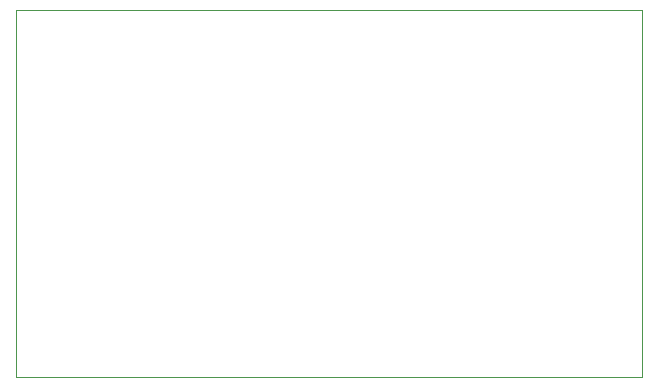
<source format=gbr>
%TF.GenerationSoftware,KiCad,Pcbnew,6.0.9-8da3e8f707~116~ubuntu20.04.1*%
%TF.CreationDate,2022-11-22T17:17:17+01:00*%
%TF.ProjectId,sda_keyboard,7364615f-6b65-4796-926f-6172642e6b69,rev?*%
%TF.SameCoordinates,Original*%
%TF.FileFunction,Profile,NP*%
%FSLAX46Y46*%
G04 Gerber Fmt 4.6, Leading zero omitted, Abs format (unit mm)*
G04 Created by KiCad (PCBNEW 6.0.9-8da3e8f707~116~ubuntu20.04.1) date 2022-11-22 17:17:17*
%MOMM*%
%LPD*%
G01*
G04 APERTURE LIST*
%TA.AperFunction,Profile*%
%ADD10C,0.100000*%
%TD*%
G04 APERTURE END LIST*
D10*
X113665000Y-94615000D02*
X113665000Y-63500000D01*
X166624000Y-94615000D02*
X113665000Y-94615000D01*
X166624000Y-63500000D02*
X166624000Y-94615000D01*
X113665000Y-63500000D02*
X166624000Y-63500000D01*
M02*

</source>
